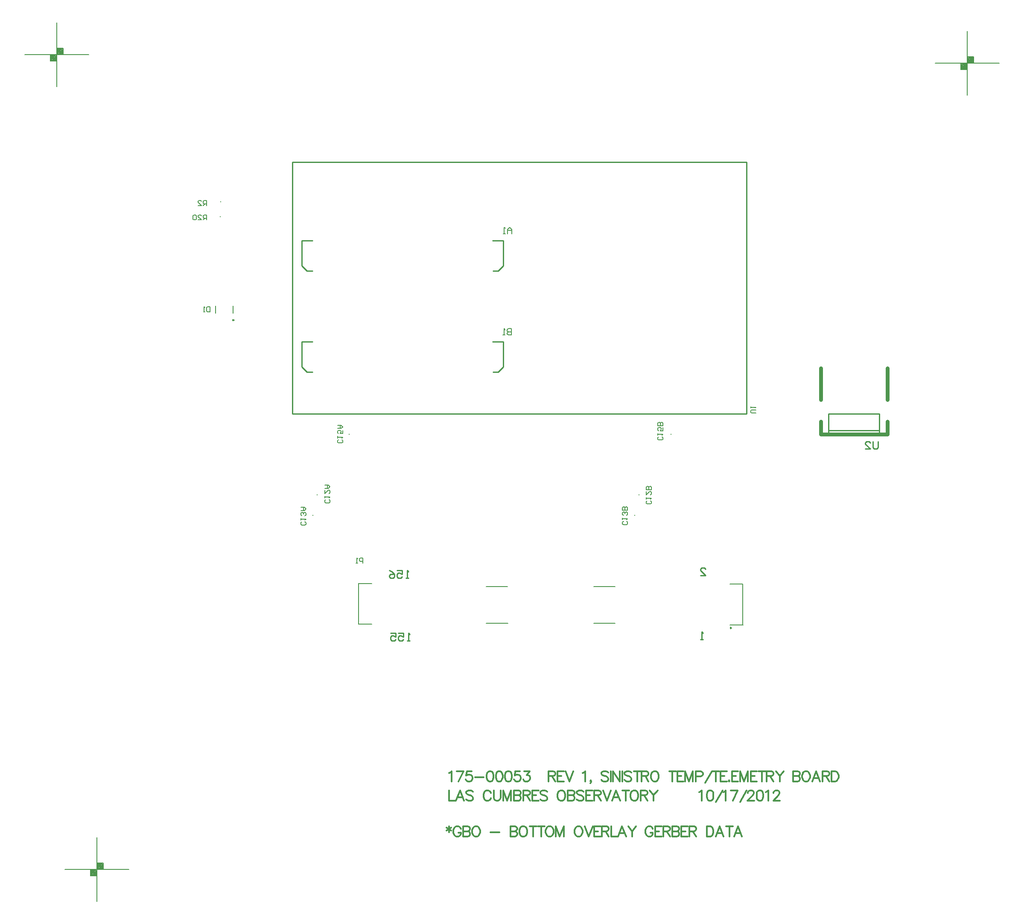
<source format=gbo>
%FSLAX23Y23*%
%MOIN*%
G70*
G01*
G75*
G04 Layer_Color=32896*
%ADD10R,0.050X0.050*%
%ADD11R,0.045X0.017*%
%ADD12R,0.050X0.050*%
%ADD13R,0.048X0.078*%
%ADD14R,0.078X0.048*%
%ADD15R,0.100X0.100*%
%ADD16R,0.272X0.268*%
%ADD17R,0.075X0.037*%
%ADD18R,0.037X0.035*%
%ADD19R,0.037X0.035*%
%ADD20R,0.036X0.036*%
%ADD21R,0.070X0.135*%
%ADD22R,0.135X0.070*%
%ADD23O,0.098X0.028*%
%ADD24R,0.065X0.012*%
%ADD25R,0.030X0.100*%
%ADD26R,0.014X0.060*%
%ADD27R,0.031X0.060*%
%ADD28R,0.100X0.100*%
%ADD29C,0.005*%
%ADD30C,0.025*%
%ADD31C,0.008*%
%ADD32C,0.010*%
%ADD33C,0.050*%
%ADD34C,0.006*%
%ADD35C,0.012*%
%ADD36C,0.012*%
%ADD37C,0.012*%
%ADD38C,0.100*%
%ADD39C,0.065*%
%ADD40C,0.116*%
%ADD41C,0.063*%
%ADD42C,0.059*%
%ADD43R,0.059X0.059*%
%ADD44C,0.157*%
%ADD45C,0.079*%
%ADD46R,0.059X0.059*%
%ADD47C,0.059*%
%ADD48C,0.020*%
%ADD49C,0.060*%
%ADD50R,0.060X0.060*%
%ADD51C,0.070*%
%ADD52C,0.039*%
%ADD53C,0.220*%
%ADD54C,0.050*%
%ADD55C,0.236*%
%ADD56C,0.030*%
%ADD57C,0.040*%
%ADD58C,0.103*%
%ADD59C,0.080*%
%ADD60C,0.168*%
%ADD61C,0.075*%
%ADD62C,0.131*%
%ADD63C,0.076*%
%ADD64C,0.075*%
G04:AMPARAMS|DCode=65|XSize=95.433mil|YSize=95.433mil|CornerRadius=0mil|HoleSize=0mil|Usage=FLASHONLY|Rotation=0.000|XOffset=0mil|YOffset=0mil|HoleType=Round|Shape=Relief|Width=10mil|Gap=10mil|Entries=4|*
%AMTHD65*
7,0,0,0.095,0.075,0.010,45*
%
%ADD65THD65*%
G04:AMPARAMS|DCode=66|XSize=90mil|YSize=90mil|CornerRadius=0mil|HoleSize=0mil|Usage=FLASHONLY|Rotation=0.000|XOffset=0mil|YOffset=0mil|HoleType=Round|Shape=Relief|Width=10mil|Gap=10mil|Entries=4|*
%AMTHD66*
7,0,0,0.090,0.070,0.010,45*
%
%ADD66THD66*%
%ADD67C,0.080*%
%ADD68C,0.206*%
G04:AMPARAMS|DCode=69|XSize=85mil|YSize=85mil|CornerRadius=0mil|HoleSize=0mil|Usage=FLASHONLY|Rotation=0.000|XOffset=0mil|YOffset=0mil|HoleType=Round|Shape=Relief|Width=10mil|Gap=10mil|Entries=4|*
%AMTHD69*
7,0,0,0.085,0.065,0.010,45*
%
%ADD69THD69*%
%ADD70C,0.158*%
G04:AMPARAMS|DCode=71|XSize=70mil|YSize=70mil|CornerRadius=0mil|HoleSize=0mil|Usage=FLASHONLY|Rotation=0.000|XOffset=0mil|YOffset=0mil|HoleType=Round|Shape=Relief|Width=10mil|Gap=10mil|Entries=4|*
%AMTHD71*
7,0,0,0.070,0.050,0.010,45*
%
%ADD71THD71*%
%ADD72C,0.068*%
%ADD73C,0.055*%
G04:AMPARAMS|DCode=74|XSize=75mil|YSize=75mil|CornerRadius=0mil|HoleSize=0mil|Usage=FLASHONLY|Rotation=0.000|XOffset=0mil|YOffset=0mil|HoleType=Round|Shape=Relief|Width=10mil|Gap=10mil|Entries=4|*
%AMTHD74*
7,0,0,0.075,0.055,0.010,45*
%
%ADD74THD74*%
G04:AMPARAMS|DCode=75|XSize=123mil|YSize=123mil|CornerRadius=0mil|HoleSize=0mil|Usage=FLASHONLY|Rotation=0.000|XOffset=0mil|YOffset=0mil|HoleType=Round|Shape=Relief|Width=10mil|Gap=10mil|Entries=4|*
%AMTHD75*
7,0,0,0.123,0.103,0.010,45*
%
%ADD75THD75*%
G04:AMPARAMS|DCode=76|XSize=100mil|YSize=100mil|CornerRadius=0mil|HoleSize=0mil|Usage=FLASHONLY|Rotation=0.000|XOffset=0mil|YOffset=0mil|HoleType=Round|Shape=Relief|Width=10mil|Gap=10mil|Entries=4|*
%AMTHD76*
7,0,0,0.100,0.080,0.010,45*
%
%ADD76THD76*%
G04:AMPARAMS|DCode=77|XSize=150.551mil|YSize=150.551mil|CornerRadius=0mil|HoleSize=0mil|Usage=FLASHONLY|Rotation=0.000|XOffset=0mil|YOffset=0mil|HoleType=Round|Shape=Relief|Width=10mil|Gap=10mil|Entries=4|*
%AMTHD77*
7,0,0,0.151,0.131,0.010,45*
%
%ADD77THD77*%
G04:AMPARAMS|DCode=78|XSize=96.221mil|YSize=96.221mil|CornerRadius=0mil|HoleSize=0mil|Usage=FLASHONLY|Rotation=0.000|XOffset=0mil|YOffset=0mil|HoleType=Round|Shape=Relief|Width=10mil|Gap=10mil|Entries=4|*
%AMTHD78*
7,0,0,0.096,0.076,0.010,45*
%
%ADD78THD78*%
G04:AMPARAMS|DCode=79|XSize=88mil|YSize=88mil|CornerRadius=0mil|HoleSize=0mil|Usage=FLASHONLY|Rotation=0.000|XOffset=0mil|YOffset=0mil|HoleType=Round|Shape=Relief|Width=10mil|Gap=10mil|Entries=4|*
%AMTHD79*
7,0,0,0.088,0.068,0.010,45*
%
%ADD79THD79*%
%ADD80R,0.100X0.025*%
%ADD81R,0.012X0.057*%
%ADD82R,0.185X0.025*%
%ADD83R,0.035X0.053*%
%ADD84R,0.053X0.053*%
%ADD85R,0.709X0.020*%
%ADD86R,0.016X0.085*%
%ADD87C,0.010*%
%ADD88C,0.010*%
%ADD89C,0.008*%
%ADD90C,0.007*%
%ADD91R,0.170X0.118*%
%ADD92R,0.058X0.058*%
%ADD93R,0.053X0.025*%
%ADD94R,0.058X0.058*%
%ADD95R,0.056X0.086*%
%ADD96R,0.086X0.056*%
%ADD97R,0.108X0.108*%
%ADD98R,0.280X0.276*%
%ADD99R,0.083X0.045*%
%ADD100R,0.045X0.043*%
%ADD101R,0.045X0.043*%
%ADD102R,0.044X0.044*%
%ADD103R,0.078X0.143*%
%ADD104R,0.143X0.078*%
%ADD105O,0.106X0.036*%
%ADD106R,0.073X0.020*%
%ADD107R,0.038X0.108*%
%ADD108R,0.022X0.068*%
%ADD109R,0.039X0.068*%
%ADD110R,0.108X0.108*%
%ADD111C,0.108*%
%ADD112C,0.073*%
%ADD113C,0.124*%
%ADD114C,0.071*%
%ADD115C,0.067*%
%ADD116R,0.067X0.067*%
%ADD117C,0.165*%
%ADD118C,0.087*%
%ADD119R,0.067X0.067*%
%ADD120C,0.067*%
%ADD121C,0.028*%
%ADD122R,0.068X0.068*%
%ADD123C,0.078*%
%ADD124C,0.047*%
%ADD125C,0.228*%
%ADD126C,0.244*%
%ADD127C,0.058*%
%ADD128C,0.038*%
%ADD129R,0.429X1.174*%
%ADD130R,0.108X0.033*%
%ADD131R,0.016X0.061*%
%ADD132R,0.193X0.033*%
%ADD133R,0.043X0.061*%
%ADD134R,0.061X0.061*%
%ADD135C,0.030*%
D31*
X52935Y37014D02*
Y37053D01*
X52915D01*
X52908Y37047D01*
Y37034D01*
X52915Y37027D01*
X52935D01*
X52922D02*
X52908Y37014D01*
X52868D02*
X52895D01*
X52868Y37040D01*
Y37047D01*
X52875Y37053D01*
X52888D01*
X52895Y37047D01*
X52855D02*
X52848Y37053D01*
X52835D01*
X52828Y37047D01*
Y37020D01*
X52835Y37014D01*
X52848D01*
X52855Y37020D01*
Y37047D01*
X52935Y37125D02*
Y37164D01*
X52915D01*
X52908Y37158D01*
Y37145D01*
X52915Y37138D01*
X52935D01*
X52922D02*
X52908Y37125D01*
X52868D02*
X52895D01*
X52868Y37151D01*
Y37158D01*
X52875Y37164D01*
X52888D01*
X52895Y37158D01*
X52962Y36335D02*
Y36296D01*
X52942D01*
X52935Y36302D01*
Y36329D01*
X52942Y36335D01*
X52962D01*
X52922Y36296D02*
X52909D01*
X52915D01*
Y36335D01*
X52922Y36329D01*
X53890Y34829D02*
X53897Y34823D01*
Y34809D01*
X53890Y34803D01*
X53864D01*
X53857Y34809D01*
Y34823D01*
X53864Y34829D01*
X53857Y34842D02*
Y34856D01*
Y34849D01*
X53897D01*
X53890Y34842D01*
X53857Y34902D02*
Y34876D01*
X53884Y34902D01*
X53890D01*
X53897Y34896D01*
Y34882D01*
X53890Y34876D01*
X53857Y34916D02*
X53884D01*
X53897Y34929D01*
X53884Y34942D01*
X53857D01*
X53877D01*
Y34916D01*
X56399Y34820D02*
X56406Y34813D01*
Y34800D01*
X56399Y34794D01*
X56373D01*
X56366Y34800D01*
Y34813D01*
X56373Y34820D01*
X56366Y34833D02*
Y34847D01*
Y34840D01*
X56406D01*
X56399Y34833D01*
X56366Y34893D02*
Y34867D01*
X56393Y34893D01*
X56399D01*
X56406Y34887D01*
Y34873D01*
X56399Y34867D01*
X56406Y34907D02*
X56366D01*
Y34927D01*
X56373Y34933D01*
X56379D01*
X56386Y34927D01*
Y34907D01*
Y34927D01*
X56393Y34933D01*
X56399D01*
X56406Y34927D01*
Y34907D01*
X53702Y34655D02*
X53709Y34649D01*
Y34635D01*
X53702Y34629D01*
X53676D01*
X53669Y34635D01*
Y34649D01*
X53676Y34655D01*
X53669Y34668D02*
Y34682D01*
Y34675D01*
X53709D01*
X53702Y34668D01*
Y34702D02*
X53709Y34708D01*
Y34722D01*
X53702Y34728D01*
X53696D01*
X53689Y34722D01*
Y34715D01*
Y34722D01*
X53682Y34728D01*
X53676D01*
X53669Y34722D01*
Y34708D01*
X53676Y34702D01*
X53669Y34742D02*
X53696D01*
X53709Y34755D01*
X53696Y34768D01*
X53669D01*
X53689D01*
Y34742D01*
X56215Y34659D02*
X56222Y34653D01*
Y34639D01*
X56215Y34633D01*
X56189D01*
X56182Y34639D01*
Y34653D01*
X56189Y34659D01*
X56182Y34672D02*
Y34686D01*
Y34679D01*
X56222D01*
X56215Y34672D01*
Y34706D02*
X56222Y34712D01*
Y34726D01*
X56215Y34732D01*
X56209D01*
X56202Y34726D01*
Y34719D01*
Y34726D01*
X56195Y34732D01*
X56189D01*
X56182Y34726D01*
Y34712D01*
X56189Y34706D01*
X56222Y34746D02*
X56182D01*
Y34766D01*
X56189Y34772D01*
X56195D01*
X56202Y34766D01*
Y34746D01*
Y34766D01*
X56209Y34772D01*
X56215D01*
X56222Y34766D01*
Y34746D01*
X53991Y35297D02*
X53998Y35291D01*
Y35277D01*
X53991Y35271D01*
X53965D01*
X53958Y35277D01*
Y35291D01*
X53965Y35297D01*
X53958Y35310D02*
Y35324D01*
Y35317D01*
X53998D01*
X53991Y35310D01*
X53998Y35370D02*
Y35344D01*
X53978D01*
X53985Y35357D01*
Y35364D01*
X53978Y35370D01*
X53965D01*
X53958Y35364D01*
Y35350D01*
X53965Y35344D01*
X53958Y35384D02*
X53985D01*
X53998Y35397D01*
X53985Y35410D01*
X53958D01*
X53978D01*
Y35384D01*
X56489Y35320D02*
X56496Y35313D01*
Y35300D01*
X56489Y35294D01*
X56463D01*
X56456Y35300D01*
Y35313D01*
X56463Y35320D01*
X56456Y35333D02*
Y35347D01*
Y35340D01*
X56496D01*
X56489Y35333D01*
X56496Y35393D02*
Y35367D01*
X56476D01*
X56483Y35380D01*
Y35387D01*
X56476Y35393D01*
X56463D01*
X56456Y35387D01*
Y35373D01*
X56463Y35367D01*
X56496Y35407D02*
X56456D01*
Y35427D01*
X56463Y35433D01*
X56469D01*
X56476Y35427D01*
Y35407D01*
Y35427D01*
X56483Y35433D01*
X56489D01*
X56496Y35427D01*
Y35407D01*
X54155Y34332D02*
Y34371D01*
X54135D01*
X54128Y34365D01*
Y34352D01*
X54135Y34345D01*
X54155D01*
X54115Y34332D02*
X54102D01*
X54108D01*
Y34371D01*
X54115Y34365D01*
X57224Y35504D02*
X57191D01*
X57184Y35510D01*
Y35524D01*
X57191Y35530D01*
X57224D01*
X57184Y35544D02*
Y35557D01*
Y35550D01*
X57224D01*
X57217Y35544D01*
X58873Y37990D02*
Y38490D01*
X58623Y38240D02*
X59123D01*
X58823Y38190D02*
X58873D01*
X58823D02*
Y38240D01*
X58873Y38290D02*
X58923D01*
Y38240D02*
Y38290D01*
X58878Y38245D02*
Y38285D01*
X58918D01*
Y38245D02*
Y38285D01*
X58878Y38245D02*
X58918D01*
X58883Y38250D02*
Y38280D01*
X58913D01*
Y38250D02*
Y38280D01*
X58888Y38250D02*
X58913D01*
X58888Y38255D02*
Y38275D01*
X58908D01*
Y38255D02*
Y38275D01*
X58893Y38255D02*
X58908D01*
X58893Y38260D02*
Y38270D01*
X58903D01*
Y38260D02*
Y38270D01*
X58893Y38260D02*
X58903D01*
X58898D02*
Y38270D01*
X58828Y38195D02*
Y38235D01*
X58868D01*
Y38195D02*
Y38235D01*
X58828Y38195D02*
X58868D01*
X58833Y38200D02*
Y38230D01*
X58863D01*
Y38200D02*
Y38230D01*
X58838Y38200D02*
X58863D01*
X58838Y38205D02*
Y38225D01*
X58858D01*
Y38205D02*
Y38225D01*
X58843Y38205D02*
X58858D01*
X58843Y38210D02*
Y38220D01*
X58853D01*
Y38210D02*
Y38220D01*
X58843Y38210D02*
X58853D01*
X58848D02*
Y38220D01*
X51765Y38056D02*
Y38556D01*
X51515Y38306D02*
X52015D01*
X51715Y38256D02*
X51765D01*
X51715D02*
Y38306D01*
X51765Y38356D02*
X51815D01*
Y38306D02*
Y38356D01*
X51770Y38311D02*
Y38351D01*
X51810D01*
Y38311D02*
Y38351D01*
X51770Y38311D02*
X51810D01*
X51775Y38316D02*
Y38346D01*
X51805D01*
Y38316D02*
Y38346D01*
X51780Y38316D02*
X51805D01*
X51780Y38321D02*
Y38341D01*
X51800D01*
Y38321D02*
Y38341D01*
X51785Y38321D02*
X51800D01*
X51785Y38326D02*
Y38336D01*
X51795D01*
Y38326D02*
Y38336D01*
X51785Y38326D02*
X51795D01*
X51790D02*
Y38336D01*
X51720Y38261D02*
Y38301D01*
X51760D01*
Y38261D02*
Y38301D01*
X51720Y38261D02*
X51760D01*
X51725Y38266D02*
Y38296D01*
X51755D01*
Y38266D02*
Y38296D01*
X51730Y38266D02*
X51755D01*
X51730Y38271D02*
Y38291D01*
X51750D01*
Y38271D02*
Y38291D01*
X51735Y38271D02*
X51750D01*
X51735Y38276D02*
Y38286D01*
X51745D01*
Y38276D02*
Y38286D01*
X51735Y38276D02*
X51745D01*
X51740D02*
Y38286D01*
X52077Y31688D02*
Y32188D01*
X51827Y31938D02*
X52327D01*
X52027Y31888D02*
X52077D01*
X52027D02*
Y31938D01*
X52077Y31988D02*
X52127D01*
Y31938D02*
Y31988D01*
X52082Y31943D02*
Y31983D01*
X52122D01*
Y31943D02*
Y31983D01*
X52082Y31943D02*
X52122D01*
X52087Y31948D02*
Y31978D01*
X52117D01*
Y31948D02*
Y31978D01*
X52092Y31948D02*
X52117D01*
X52092Y31953D02*
Y31973D01*
X52112D01*
Y31953D02*
Y31973D01*
X52097Y31953D02*
X52112D01*
X52097Y31958D02*
Y31968D01*
X52107D01*
Y31958D02*
Y31968D01*
X52097Y31958D02*
X52107D01*
X52102D02*
Y31968D01*
X52032Y31893D02*
Y31933D01*
X52072D01*
Y31893D02*
Y31933D01*
X52032Y31893D02*
X52072D01*
X52037Y31898D02*
Y31928D01*
X52067D01*
Y31898D02*
Y31928D01*
X52042Y31898D02*
X52067D01*
X52042Y31903D02*
Y31923D01*
X52062D01*
Y31903D02*
Y31923D01*
X52047Y31903D02*
X52062D01*
X52047Y31908D02*
Y31918D01*
X52057D01*
Y31908D02*
Y31918D01*
X52047Y31908D02*
X52057D01*
X52052D02*
Y31918D01*
D32*
X57792Y35340D02*
Y35498D01*
X58186D01*
Y35340D02*
Y35498D01*
Y35340D02*
Y35370D01*
X57792D02*
X58186D01*
X58178Y35283D02*
Y35234D01*
X58168Y35224D01*
X58148D01*
X58138Y35234D01*
Y35283D01*
X58078Y35224D02*
X58118D01*
X58078Y35263D01*
Y35273D01*
X58088Y35283D01*
X58108D01*
X58118Y35273D01*
X54521Y33725D02*
X54501D01*
X54511D01*
Y33785D01*
X54521Y33775D01*
X54431Y33785D02*
X54471D01*
Y33755D01*
X54451Y33765D01*
X54441D01*
X54431Y33755D01*
Y33735D01*
X54441Y33725D01*
X54461D01*
X54471Y33735D01*
X54371Y33785D02*
X54411D01*
Y33755D01*
X54391Y33765D01*
X54381D01*
X54371Y33755D01*
Y33735D01*
X54381Y33725D01*
X54401D01*
X54411Y33735D01*
X54511Y34215D02*
X54491D01*
X54501D01*
Y34275D01*
X54511Y34265D01*
X54421Y34275D02*
X54461D01*
Y34245D01*
X54441Y34255D01*
X54431D01*
X54421Y34245D01*
Y34225D01*
X54431Y34215D01*
X54451D01*
X54461Y34225D01*
X54361Y34275D02*
X54381Y34265D01*
X54401Y34245D01*
Y34225D01*
X54391Y34215D01*
X54371D01*
X54361Y34225D01*
Y34235D01*
X54371Y34245D01*
X54401D01*
X56811Y33735D02*
X56791D01*
X56801D01*
Y33795D01*
X56811Y33785D01*
X56791Y34235D02*
X56831D01*
X56791Y34275D01*
Y34285D01*
X56801Y34295D01*
X56821D01*
X56831Y34285D01*
D35*
X54826Y32275D02*
Y32230D01*
X54807Y32264D02*
X54845Y32241D01*
Y32264D02*
X54807Y32241D01*
X54919Y32256D02*
X54915Y32264D01*
X54907Y32272D01*
X54900Y32275D01*
X54884D01*
X54877Y32272D01*
X54869Y32264D01*
X54865Y32256D01*
X54861Y32245D01*
Y32226D01*
X54865Y32215D01*
X54869Y32207D01*
X54877Y32199D01*
X54884Y32196D01*
X54900D01*
X54907Y32199D01*
X54915Y32207D01*
X54919Y32215D01*
Y32226D01*
X54900D02*
X54919D01*
X54937Y32275D02*
Y32196D01*
Y32275D02*
X54971D01*
X54983Y32272D01*
X54986Y32268D01*
X54990Y32260D01*
Y32253D01*
X54986Y32245D01*
X54983Y32241D01*
X54971Y32237D01*
X54937D02*
X54971D01*
X54983Y32234D01*
X54986Y32230D01*
X54990Y32222D01*
Y32211D01*
X54986Y32203D01*
X54983Y32199D01*
X54971Y32196D01*
X54937D01*
X55031Y32275D02*
X55023Y32272D01*
X55016Y32264D01*
X55012Y32256D01*
X55008Y32245D01*
Y32226D01*
X55012Y32215D01*
X55016Y32207D01*
X55023Y32199D01*
X55031Y32196D01*
X55046D01*
X55054Y32199D01*
X55061Y32207D01*
X55065Y32215D01*
X55069Y32226D01*
Y32245D01*
X55065Y32256D01*
X55061Y32264D01*
X55054Y32272D01*
X55046Y32275D01*
X55031D01*
X55151Y32230D02*
X55219D01*
X55306Y32275D02*
Y32196D01*
Y32275D02*
X55340D01*
X55351Y32272D01*
X55355Y32268D01*
X55359Y32260D01*
Y32253D01*
X55355Y32245D01*
X55351Y32241D01*
X55340Y32237D01*
X55306D02*
X55340D01*
X55351Y32234D01*
X55355Y32230D01*
X55359Y32222D01*
Y32211D01*
X55355Y32203D01*
X55351Y32199D01*
X55340Y32196D01*
X55306D01*
X55400Y32275D02*
X55392Y32272D01*
X55384Y32264D01*
X55381Y32256D01*
X55377Y32245D01*
Y32226D01*
X55381Y32215D01*
X55384Y32207D01*
X55392Y32199D01*
X55400Y32196D01*
X55415D01*
X55422Y32199D01*
X55430Y32207D01*
X55434Y32215D01*
X55438Y32226D01*
Y32245D01*
X55434Y32256D01*
X55430Y32264D01*
X55422Y32272D01*
X55415Y32275D01*
X55400D01*
X55483D02*
Y32196D01*
X55456Y32275D02*
X55510D01*
X55546D02*
Y32196D01*
X55519Y32275D02*
X55573D01*
X55605D02*
X55597Y32272D01*
X55590Y32264D01*
X55586Y32256D01*
X55582Y32245D01*
Y32226D01*
X55586Y32215D01*
X55590Y32207D01*
X55597Y32199D01*
X55605Y32196D01*
X55620D01*
X55628Y32199D01*
X55635Y32207D01*
X55639Y32215D01*
X55643Y32226D01*
Y32245D01*
X55639Y32256D01*
X55635Y32264D01*
X55628Y32272D01*
X55620Y32275D01*
X55605D01*
X55662D02*
Y32196D01*
Y32275D02*
X55692Y32196D01*
X55723Y32275D02*
X55692Y32196D01*
X55723Y32275D02*
Y32196D01*
X55831Y32275D02*
X55824Y32272D01*
X55816Y32264D01*
X55812Y32256D01*
X55808Y32245D01*
Y32226D01*
X55812Y32215D01*
X55816Y32207D01*
X55824Y32199D01*
X55831Y32196D01*
X55846D01*
X55854Y32199D01*
X55862Y32207D01*
X55865Y32215D01*
X55869Y32226D01*
Y32245D01*
X55865Y32256D01*
X55862Y32264D01*
X55854Y32272D01*
X55846Y32275D01*
X55831D01*
X55888D02*
X55918Y32196D01*
X55949Y32275D02*
X55918Y32196D01*
X56009Y32275D02*
X55959D01*
Y32196D01*
X56009D01*
X55959Y32237D02*
X55990D01*
X56022Y32275D02*
Y32196D01*
Y32275D02*
X56056D01*
X56068Y32272D01*
X56071Y32268D01*
X56075Y32260D01*
Y32253D01*
X56071Y32245D01*
X56068Y32241D01*
X56056Y32237D01*
X56022D01*
X56049D02*
X56075Y32196D01*
X56093Y32275D02*
Y32196D01*
X56139D01*
X56209D02*
X56178Y32275D01*
X56148Y32196D01*
X56159Y32222D02*
X56197D01*
X56227Y32275D02*
X56258Y32237D01*
Y32196D01*
X56288Y32275D02*
X56258Y32237D01*
X56418Y32256D02*
X56415Y32264D01*
X56407Y32272D01*
X56399Y32275D01*
X56384D01*
X56377Y32272D01*
X56369Y32264D01*
X56365Y32256D01*
X56361Y32245D01*
Y32226D01*
X56365Y32215D01*
X56369Y32207D01*
X56377Y32199D01*
X56384Y32196D01*
X56399D01*
X56407Y32199D01*
X56415Y32207D01*
X56418Y32215D01*
Y32226D01*
X56399D02*
X56418D01*
X56486Y32275D02*
X56437D01*
Y32196D01*
X56486D01*
X56437Y32237D02*
X56467D01*
X56500Y32275D02*
Y32196D01*
Y32275D02*
X56534D01*
X56545Y32272D01*
X56549Y32268D01*
X56553Y32260D01*
Y32253D01*
X56549Y32245D01*
X56545Y32241D01*
X56534Y32237D01*
X56500D01*
X56526D02*
X56553Y32196D01*
X56571Y32275D02*
Y32196D01*
Y32275D02*
X56605D01*
X56617Y32272D01*
X56620Y32268D01*
X56624Y32260D01*
Y32253D01*
X56620Y32245D01*
X56617Y32241D01*
X56605Y32237D01*
X56571D02*
X56605D01*
X56617Y32234D01*
X56620Y32230D01*
X56624Y32222D01*
Y32211D01*
X56620Y32203D01*
X56617Y32199D01*
X56605Y32196D01*
X56571D01*
X56692Y32275D02*
X56642D01*
Y32196D01*
X56692D01*
X56642Y32237D02*
X56673D01*
X56705Y32275D02*
Y32196D01*
Y32275D02*
X56739D01*
X56751Y32272D01*
X56754Y32268D01*
X56758Y32260D01*
Y32253D01*
X56754Y32245D01*
X56751Y32241D01*
X56739Y32237D01*
X56705D01*
X56732D02*
X56758Y32196D01*
X56839Y32275D02*
Y32196D01*
Y32275D02*
X56866D01*
X56877Y32272D01*
X56885Y32264D01*
X56888Y32256D01*
X56892Y32245D01*
Y32226D01*
X56888Y32215D01*
X56885Y32207D01*
X56877Y32199D01*
X56866Y32196D01*
X56839D01*
X56971D02*
X56941Y32275D01*
X56910Y32196D01*
X56922Y32222D02*
X56960D01*
X57016Y32275D02*
Y32196D01*
X56990Y32275D02*
X57043D01*
X57114Y32196D02*
X57083Y32275D01*
X57053Y32196D01*
X57064Y32222D02*
X57102D01*
D36*
X54828Y32556D02*
Y32476D01*
X54874D01*
X54943D02*
X54913Y32556D01*
X54882Y32476D01*
X54894Y32503D02*
X54932D01*
X55015Y32545D02*
X55008Y32552D01*
X54996Y32556D01*
X54981D01*
X54970Y32552D01*
X54962Y32545D01*
Y32537D01*
X54966Y32529D01*
X54970Y32526D01*
X54977Y32522D01*
X55000Y32514D01*
X55008Y32510D01*
X55012Y32507D01*
X55015Y32499D01*
Y32487D01*
X55008Y32480D01*
X54996Y32476D01*
X54981D01*
X54970Y32480D01*
X54962Y32487D01*
X55153Y32537D02*
X55149Y32545D01*
X55142Y32552D01*
X55134Y32556D01*
X55119D01*
X55111Y32552D01*
X55104Y32545D01*
X55100Y32537D01*
X55096Y32526D01*
Y32507D01*
X55100Y32495D01*
X55104Y32487D01*
X55111Y32480D01*
X55119Y32476D01*
X55134D01*
X55142Y32480D01*
X55149Y32487D01*
X55153Y32495D01*
X55176Y32556D02*
Y32499D01*
X55180Y32487D01*
X55187Y32480D01*
X55199Y32476D01*
X55206D01*
X55218Y32480D01*
X55225Y32487D01*
X55229Y32499D01*
Y32556D01*
X55251D02*
Y32476D01*
Y32556D02*
X55282Y32476D01*
X55312Y32556D02*
X55282Y32476D01*
X55312Y32556D02*
Y32476D01*
X55335Y32556D02*
Y32476D01*
Y32556D02*
X55369D01*
X55381Y32552D01*
X55384Y32548D01*
X55388Y32541D01*
Y32533D01*
X55384Y32526D01*
X55381Y32522D01*
X55369Y32518D01*
X55335D02*
X55369D01*
X55381Y32514D01*
X55384Y32510D01*
X55388Y32503D01*
Y32491D01*
X55384Y32484D01*
X55381Y32480D01*
X55369Y32476D01*
X55335D01*
X55406Y32556D02*
Y32476D01*
Y32556D02*
X55440D01*
X55452Y32552D01*
X55456Y32548D01*
X55460Y32541D01*
Y32533D01*
X55456Y32526D01*
X55452Y32522D01*
X55440Y32518D01*
X55406D01*
X55433D02*
X55460Y32476D01*
X55527Y32556D02*
X55477D01*
Y32476D01*
X55527D01*
X55477Y32518D02*
X55508D01*
X55594Y32545D02*
X55586Y32552D01*
X55575Y32556D01*
X55559D01*
X55548Y32552D01*
X55540Y32545D01*
Y32537D01*
X55544Y32529D01*
X55548Y32526D01*
X55555Y32522D01*
X55578Y32514D01*
X55586Y32510D01*
X55590Y32507D01*
X55594Y32499D01*
Y32487D01*
X55586Y32480D01*
X55575Y32476D01*
X55559D01*
X55548Y32480D01*
X55540Y32487D01*
X55697Y32556D02*
X55690Y32552D01*
X55682Y32545D01*
X55678Y32537D01*
X55674Y32526D01*
Y32507D01*
X55678Y32495D01*
X55682Y32487D01*
X55690Y32480D01*
X55697Y32476D01*
X55712D01*
X55720Y32480D01*
X55728Y32487D01*
X55731Y32495D01*
X55735Y32507D01*
Y32526D01*
X55731Y32537D01*
X55728Y32545D01*
X55720Y32552D01*
X55712Y32556D01*
X55697D01*
X55754D02*
Y32476D01*
Y32556D02*
X55788D01*
X55800Y32552D01*
X55803Y32548D01*
X55807Y32541D01*
Y32533D01*
X55803Y32526D01*
X55800Y32522D01*
X55788Y32518D01*
X55754D02*
X55788D01*
X55800Y32514D01*
X55803Y32510D01*
X55807Y32503D01*
Y32491D01*
X55803Y32484D01*
X55800Y32480D01*
X55788Y32476D01*
X55754D01*
X55878Y32545D02*
X55871Y32552D01*
X55859Y32556D01*
X55844D01*
X55833Y32552D01*
X55825Y32545D01*
Y32537D01*
X55829Y32529D01*
X55833Y32526D01*
X55840Y32522D01*
X55863Y32514D01*
X55871Y32510D01*
X55875Y32507D01*
X55878Y32499D01*
Y32487D01*
X55871Y32480D01*
X55859Y32476D01*
X55844D01*
X55833Y32480D01*
X55825Y32487D01*
X55946Y32556D02*
X55896D01*
Y32476D01*
X55946D01*
X55896Y32518D02*
X55927D01*
X55959Y32556D02*
Y32476D01*
Y32556D02*
X55993D01*
X56005Y32552D01*
X56009Y32548D01*
X56013Y32541D01*
Y32533D01*
X56009Y32526D01*
X56005Y32522D01*
X55993Y32518D01*
X55959D01*
X55986D02*
X56013Y32476D01*
X56030Y32556D02*
X56061Y32476D01*
X56091Y32556D02*
X56061Y32476D01*
X56163D02*
X56132Y32556D01*
X56102Y32476D01*
X56113Y32503D02*
X56151D01*
X56208Y32556D02*
Y32476D01*
X56181Y32556D02*
X56235D01*
X56267D02*
X56259Y32552D01*
X56252Y32545D01*
X56248Y32537D01*
X56244Y32526D01*
Y32507D01*
X56248Y32495D01*
X56252Y32487D01*
X56259Y32480D01*
X56267Y32476D01*
X56282D01*
X56290Y32480D01*
X56297Y32487D01*
X56301Y32495D01*
X56305Y32507D01*
Y32526D01*
X56301Y32537D01*
X56297Y32545D01*
X56290Y32552D01*
X56282Y32556D01*
X56267D01*
X56324D02*
Y32476D01*
Y32556D02*
X56358D01*
X56369Y32552D01*
X56373Y32548D01*
X56377Y32541D01*
Y32533D01*
X56373Y32526D01*
X56369Y32522D01*
X56358Y32518D01*
X56324D01*
X56350D02*
X56377Y32476D01*
X56395Y32556D02*
X56425Y32518D01*
Y32476D01*
X56456Y32556D02*
X56425Y32518D01*
X56780Y32541D02*
X56788Y32545D01*
X56799Y32556D01*
Y32476D01*
X56862Y32556D02*
X56850Y32552D01*
X56843Y32541D01*
X56839Y32522D01*
Y32510D01*
X56843Y32491D01*
X56850Y32480D01*
X56862Y32476D01*
X56869D01*
X56881Y32480D01*
X56889Y32491D01*
X56892Y32510D01*
Y32522D01*
X56889Y32541D01*
X56881Y32552D01*
X56869Y32556D01*
X56862D01*
X56910Y32465D02*
X56964Y32556D01*
X56969Y32541D02*
X56977Y32545D01*
X56988Y32556D01*
Y32476D01*
X57081Y32556D02*
X57043Y32476D01*
X57028Y32556D02*
X57081D01*
X57099Y32465D02*
X57152Y32556D01*
X57161Y32537D02*
Y32541D01*
X57165Y32548D01*
X57169Y32552D01*
X57176Y32556D01*
X57192D01*
X57199Y32552D01*
X57203Y32548D01*
X57207Y32541D01*
Y32533D01*
X57203Y32526D01*
X57196Y32514D01*
X57157Y32476D01*
X57211D01*
X57252Y32556D02*
X57240Y32552D01*
X57232Y32541D01*
X57229Y32522D01*
Y32510D01*
X57232Y32491D01*
X57240Y32480D01*
X57252Y32476D01*
X57259D01*
X57271Y32480D01*
X57278Y32491D01*
X57282Y32510D01*
Y32522D01*
X57278Y32541D01*
X57271Y32552D01*
X57259Y32556D01*
X57252D01*
X57300Y32541D02*
X57307Y32545D01*
X57319Y32556D01*
Y32476D01*
X57362Y32537D02*
Y32541D01*
X57366Y32548D01*
X57370Y32552D01*
X57378Y32556D01*
X57393D01*
X57400Y32552D01*
X57404Y32548D01*
X57408Y32541D01*
Y32533D01*
X57404Y32526D01*
X57397Y32514D01*
X57359Y32476D01*
X57412D01*
D37*
X54828Y32691D02*
X54836Y32695D01*
X54847Y32706D01*
Y32626D01*
X54940Y32706D02*
X54902Y32626D01*
X54887Y32706D02*
X54940D01*
X55004D02*
X54966D01*
X54962Y32672D01*
X54966Y32676D01*
X54977Y32679D01*
X54988D01*
X55000Y32676D01*
X55007Y32668D01*
X55011Y32657D01*
Y32649D01*
X55007Y32638D01*
X55000Y32630D01*
X54988Y32626D01*
X54977D01*
X54966Y32630D01*
X54962Y32634D01*
X54958Y32641D01*
X55029Y32660D02*
X55098D01*
X55144Y32706D02*
X55133Y32702D01*
X55125Y32691D01*
X55121Y32672D01*
Y32660D01*
X55125Y32641D01*
X55133Y32630D01*
X55144Y32626D01*
X55152D01*
X55163Y32630D01*
X55171Y32641D01*
X55175Y32660D01*
Y32672D01*
X55171Y32691D01*
X55163Y32702D01*
X55152Y32706D01*
X55144D01*
X55215D02*
X55204Y32702D01*
X55196Y32691D01*
X55193Y32672D01*
Y32660D01*
X55196Y32641D01*
X55204Y32630D01*
X55215Y32626D01*
X55223D01*
X55234Y32630D01*
X55242Y32641D01*
X55246Y32660D01*
Y32672D01*
X55242Y32691D01*
X55234Y32702D01*
X55223Y32706D01*
X55215D01*
X55287D02*
X55275Y32702D01*
X55268Y32691D01*
X55264Y32672D01*
Y32660D01*
X55268Y32641D01*
X55275Y32630D01*
X55287Y32626D01*
X55294D01*
X55306Y32630D01*
X55313Y32641D01*
X55317Y32660D01*
Y32672D01*
X55313Y32691D01*
X55306Y32702D01*
X55294Y32706D01*
X55287D01*
X55381D02*
X55343D01*
X55339Y32672D01*
X55343Y32676D01*
X55354Y32679D01*
X55365D01*
X55377Y32676D01*
X55384Y32668D01*
X55388Y32657D01*
Y32649D01*
X55384Y32638D01*
X55377Y32630D01*
X55365Y32626D01*
X55354D01*
X55343Y32630D01*
X55339Y32634D01*
X55335Y32641D01*
X55414Y32706D02*
X55456D01*
X55433Y32676D01*
X55444D01*
X55452Y32672D01*
X55456Y32668D01*
X55460Y32657D01*
Y32649D01*
X55456Y32638D01*
X55448Y32630D01*
X55437Y32626D01*
X55425D01*
X55414Y32630D01*
X55410Y32634D01*
X55406Y32641D01*
X55603Y32706D02*
Y32626D01*
Y32706D02*
X55637D01*
X55649Y32702D01*
X55653Y32698D01*
X55656Y32691D01*
Y32683D01*
X55653Y32676D01*
X55649Y32672D01*
X55637Y32668D01*
X55603D01*
X55630D02*
X55656Y32626D01*
X55724Y32706D02*
X55674D01*
Y32626D01*
X55724D01*
X55674Y32668D02*
X55705D01*
X55737Y32706D02*
X55768Y32626D01*
X55798Y32706D02*
X55768Y32626D01*
X55871Y32691D02*
X55879Y32695D01*
X55890Y32706D01*
Y32626D01*
X55938Y32630D02*
X55934Y32626D01*
X55930Y32630D01*
X55934Y32634D01*
X55938Y32630D01*
Y32622D01*
X55934Y32615D01*
X55930Y32611D01*
X56071Y32695D02*
X56064Y32702D01*
X56052Y32706D01*
X56037D01*
X56025Y32702D01*
X56018Y32695D01*
Y32687D01*
X56022Y32679D01*
X56025Y32676D01*
X56033Y32672D01*
X56056Y32664D01*
X56064Y32660D01*
X56067Y32657D01*
X56071Y32649D01*
Y32638D01*
X56064Y32630D01*
X56052Y32626D01*
X56037D01*
X56025Y32630D01*
X56018Y32638D01*
X56089Y32706D02*
Y32626D01*
X56106Y32706D02*
Y32626D01*
Y32706D02*
X56159Y32626D01*
Y32706D02*
Y32626D01*
X56181Y32706D02*
Y32626D01*
X56251Y32695D02*
X56244Y32702D01*
X56232Y32706D01*
X56217D01*
X56206Y32702D01*
X56198Y32695D01*
Y32687D01*
X56202Y32679D01*
X56206Y32676D01*
X56213Y32672D01*
X56236Y32664D01*
X56244Y32660D01*
X56248Y32657D01*
X56251Y32649D01*
Y32638D01*
X56244Y32630D01*
X56232Y32626D01*
X56217D01*
X56206Y32630D01*
X56198Y32638D01*
X56296Y32706D02*
Y32626D01*
X56269Y32706D02*
X56323D01*
X56332D02*
Y32626D01*
Y32706D02*
X56366D01*
X56378Y32702D01*
X56382Y32698D01*
X56385Y32691D01*
Y32683D01*
X56382Y32676D01*
X56378Y32672D01*
X56366Y32668D01*
X56332D01*
X56359D02*
X56385Y32626D01*
X56426Y32706D02*
X56419Y32702D01*
X56411Y32695D01*
X56407Y32687D01*
X56403Y32676D01*
Y32657D01*
X56407Y32645D01*
X56411Y32638D01*
X56419Y32630D01*
X56426Y32626D01*
X56441D01*
X56449Y32630D01*
X56457Y32638D01*
X56460Y32645D01*
X56464Y32657D01*
Y32676D01*
X56460Y32687D01*
X56457Y32695D01*
X56449Y32702D01*
X56441Y32706D01*
X56426D01*
X56572D02*
Y32626D01*
X56546Y32706D02*
X56599D01*
X56658D02*
X56609D01*
Y32626D01*
X56658D01*
X56609Y32668D02*
X56639D01*
X56671Y32706D02*
Y32626D01*
Y32706D02*
X56702Y32626D01*
X56732Y32706D02*
X56702Y32626D01*
X56732Y32706D02*
Y32626D01*
X56755Y32664D02*
X56790D01*
X56801Y32668D01*
X56805Y32672D01*
X56809Y32679D01*
Y32691D01*
X56805Y32698D01*
X56801Y32702D01*
X56790Y32706D01*
X56755D01*
Y32626D01*
X56826Y32615D02*
X56880Y32706D01*
X56912D02*
Y32626D01*
X56885Y32706D02*
X56938D01*
X56997D02*
X56948D01*
Y32626D01*
X56997D01*
X56948Y32668D02*
X56978D01*
X57015Y32634D02*
X57011Y32630D01*
X57015Y32626D01*
X57018Y32630D01*
X57015Y32634D01*
X57085Y32706D02*
X57036D01*
Y32626D01*
X57085D01*
X57036Y32668D02*
X57066D01*
X57099Y32706D02*
Y32626D01*
Y32706D02*
X57129Y32626D01*
X57160Y32706D02*
X57129Y32626D01*
X57160Y32706D02*
Y32626D01*
X57232Y32706D02*
X57183D01*
Y32626D01*
X57232D01*
X57183Y32668D02*
X57213D01*
X57272Y32706D02*
Y32626D01*
X57245Y32706D02*
X57299D01*
X57308D02*
Y32626D01*
Y32706D02*
X57343D01*
X57354Y32702D01*
X57358Y32698D01*
X57362Y32691D01*
Y32683D01*
X57358Y32676D01*
X57354Y32672D01*
X57343Y32668D01*
X57308D01*
X57335D02*
X57362Y32626D01*
X57379Y32706D02*
X57410Y32668D01*
Y32626D01*
X57440Y32706D02*
X57410Y32668D01*
X57514Y32706D02*
Y32626D01*
Y32706D02*
X57548D01*
X57559Y32702D01*
X57563Y32698D01*
X57567Y32691D01*
Y32683D01*
X57563Y32676D01*
X57559Y32672D01*
X57548Y32668D01*
X57514D02*
X57548D01*
X57559Y32664D01*
X57563Y32660D01*
X57567Y32653D01*
Y32641D01*
X57563Y32634D01*
X57559Y32630D01*
X57548Y32626D01*
X57514D01*
X57608Y32706D02*
X57600Y32702D01*
X57592Y32695D01*
X57589Y32687D01*
X57585Y32676D01*
Y32657D01*
X57589Y32645D01*
X57592Y32638D01*
X57600Y32630D01*
X57608Y32626D01*
X57623D01*
X57630Y32630D01*
X57638Y32638D01*
X57642Y32645D01*
X57646Y32657D01*
Y32676D01*
X57642Y32687D01*
X57638Y32695D01*
X57630Y32702D01*
X57623Y32706D01*
X57608D01*
X57725Y32626D02*
X57695Y32706D01*
X57664Y32626D01*
X57676Y32653D02*
X57714D01*
X57744Y32706D02*
Y32626D01*
Y32706D02*
X57778D01*
X57790Y32702D01*
X57793Y32698D01*
X57797Y32691D01*
Y32683D01*
X57793Y32676D01*
X57790Y32672D01*
X57778Y32668D01*
X57744D01*
X57771D02*
X57797Y32626D01*
X57815Y32706D02*
Y32626D01*
Y32706D02*
X57842D01*
X57853Y32702D01*
X57861Y32695D01*
X57865Y32687D01*
X57869Y32676D01*
Y32657D01*
X57865Y32645D01*
X57861Y32638D01*
X57853Y32630D01*
X57842Y32626D01*
X57815D01*
D87*
X53039Y37038D02*
D03*
X56560Y35339D02*
D03*
X54046D02*
D03*
X56278Y34707D02*
D03*
X53764D02*
D03*
X56312Y34867D02*
D03*
X53798D02*
D03*
X53044Y37157D02*
D03*
D88*
X53146Y36232D02*
X53138Y36236D01*
Y36228D01*
X53146Y36232D01*
X57032Y33827D02*
X57024Y33831D01*
Y33823D01*
X57032Y33827D01*
X57149Y35498D02*
Y37467D01*
X53605Y35498D02*
X57149D01*
X53605D02*
Y37467D01*
X57149D01*
X53676Y35864D02*
Y36061D01*
Y35864D02*
X53716Y35825D01*
X53676Y36061D02*
X53759D01*
X53716Y35825D02*
X53759D01*
X55172D02*
X55212D01*
X55168Y36061D02*
X55251D01*
X55212Y35825D02*
X55251Y35864D01*
Y36061D01*
Y36655D02*
Y36851D01*
X55212Y36615D02*
X55251Y36655D01*
X55168Y36851D02*
X55251D01*
X55172Y36615D02*
X55212D01*
X53716D02*
X53759D01*
X53676Y36851D02*
X53759D01*
X53676Y36655D02*
X53716Y36615D01*
X53676Y36655D02*
Y36851D01*
D89*
X53003Y36287D02*
X53005D01*
X53003Y36342D02*
X53005D01*
X53139Y36287D02*
X53141D01*
X53139Y36342D02*
X53141D01*
Y36287D02*
Y36342D01*
X53003Y36287D02*
Y36342D01*
X55957Y33862D02*
X56125D01*
X55957Y34149D02*
X56125D01*
X54123Y33854D02*
X54225D01*
X54122Y34173D02*
X54224D01*
X55117Y33862D02*
X55286D01*
X55117Y34149D02*
X55284D01*
X57021Y33850D02*
X57123D01*
X57020Y34170D02*
X57122D01*
X54119Y33856D02*
Y34175D01*
X57122Y33931D02*
Y34090D01*
Y33851D02*
Y33931D01*
Y34090D02*
Y34170D01*
D90*
X55316Y36907D02*
Y36940D01*
X55299Y36956D01*
X55283Y36940D01*
Y36907D01*
Y36931D01*
X55316D01*
X55266Y36907D02*
X55249D01*
X55258D01*
Y36956D01*
X55266Y36948D01*
X55314Y36164D02*
Y36114D01*
X55289D01*
X55281Y36122D01*
Y36130D01*
X55289Y36139D01*
X55314D01*
X55289D01*
X55281Y36147D01*
Y36155D01*
X55289Y36164D01*
X55314D01*
X55264Y36114D02*
X55247D01*
X55256D01*
Y36164D01*
X55264Y36155D01*
D135*
X57730Y35340D02*
X57989D01*
X58249D01*
Y35440D01*
Y35610D02*
Y35855D01*
X57729Y35440D02*
X57730Y35340D01*
X57729Y35610D02*
Y35855D01*
M02*

</source>
